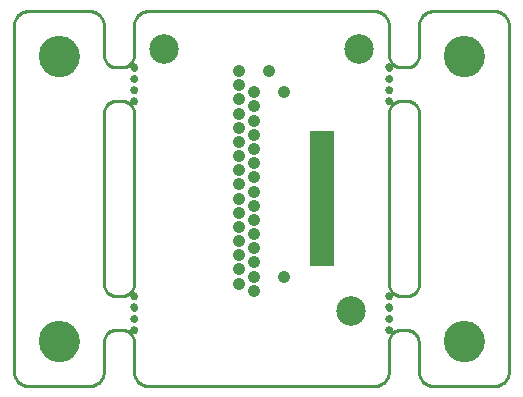
<source format=gbr>
G04 EAGLE Gerber RS-274X export*
G75*
%MOIN*%
%FSLAX34Y34*%
%LPD*%
%INSoldermask Top*%
%IPPOS*%
%AMOC8*
5,1,8,0,0,1.08239X$1,22.5*%
G01*
%ADD10C,0.025000*%
%ADD11C,0.135000*%
%ADD12C,0.098425*%
%ADD13R,0.040000X0.025000*%
%ADD14C,0.042000*%
%ADD15C,0.010000*%


D10*
X4500Y-8625D03*
X4500Y-7500D03*
X4500Y-7875D03*
X4500Y-8250D03*
D11*
X7000Y-9000D03*
D10*
X4500Y-1000D03*
X4500Y125D03*
X4500Y-250D03*
X4500Y-625D03*
X-4000Y-1000D03*
X-4000Y125D03*
X-4000Y-250D03*
X-4000Y-625D03*
X-4000Y-8625D03*
X-4000Y-7500D03*
X-4000Y-7875D03*
X-4000Y-8250D03*
D11*
X7000Y500D03*
X-6500Y500D03*
X-6500Y-9000D03*
D12*
X3500Y750D03*
X3250Y-8000D03*
D13*
X2470Y-5375D03*
X2470Y-5125D03*
X2470Y-5625D03*
X2470Y-4875D03*
X2470Y-5875D03*
X2470Y-4625D03*
X2470Y-6125D03*
X2470Y-6375D03*
X2470Y-4375D03*
X2470Y-4125D03*
X2070Y-6375D03*
X2070Y-6125D03*
X2070Y-5875D03*
X2070Y-5625D03*
X2070Y-5375D03*
X2070Y-5125D03*
X2070Y-4875D03*
X2070Y-4625D03*
X2470Y-3875D03*
X2470Y-3625D03*
X2470Y-3375D03*
X2470Y-3125D03*
X2470Y-2875D03*
X2470Y-2625D03*
X2470Y-2375D03*
X2470Y-2125D03*
X2070Y-4375D03*
X2070Y-4125D03*
X2070Y-3875D03*
X2070Y-3625D03*
X2070Y-3375D03*
X2070Y-3125D03*
X2070Y-2875D03*
X2070Y-2625D03*
X2070Y-2375D03*
X2070Y-2125D03*
D14*
X-500Y-1890D03*
X-500Y-2362D03*
X-500Y-3780D03*
X-500Y-4252D03*
X-500Y-6614D03*
X-500Y-7087D03*
X0Y-3071D03*
X0Y-2598D03*
X0Y-7323D03*
X0Y-6850D03*
X0Y-6378D03*
X-500Y-5669D03*
X-500Y-6142D03*
X1000Y-6850D03*
X500Y0D03*
X0Y-2126D03*
X0Y-1654D03*
X0Y-1181D03*
X0Y-709D03*
X0Y-5906D03*
X0Y-5433D03*
X0Y-4961D03*
X0Y-4488D03*
X0Y-4016D03*
X0Y-3543D03*
X1000Y-709D03*
X-500Y0D03*
X-500Y-472D03*
X-500Y-945D03*
X-500Y-1417D03*
X-500Y-2835D03*
X-500Y-3307D03*
X-500Y-4724D03*
X-500Y-5197D03*
D12*
X-3000Y750D03*
D15*
X-8000Y-10000D02*
X-7998Y-10044D01*
X-7992Y-10087D01*
X-7983Y-10129D01*
X-7970Y-10171D01*
X-7953Y-10211D01*
X-7933Y-10250D01*
X-7910Y-10287D01*
X-7883Y-10321D01*
X-7854Y-10354D01*
X-7821Y-10383D01*
X-7787Y-10410D01*
X-7750Y-10433D01*
X-7711Y-10453D01*
X-7671Y-10470D01*
X-7629Y-10483D01*
X-7587Y-10492D01*
X-7544Y-10498D01*
X-7500Y-10500D01*
X-5500Y-10500D01*
X-5456Y-10498D01*
X-5413Y-10492D01*
X-5371Y-10483D01*
X-5329Y-10470D01*
X-5289Y-10453D01*
X-5250Y-10433D01*
X-5213Y-10410D01*
X-5179Y-10383D01*
X-5146Y-10354D01*
X-5117Y-10321D01*
X-5090Y-10287D01*
X-5067Y-10250D01*
X-5047Y-10211D01*
X-5030Y-10171D01*
X-5017Y-10129D01*
X-5008Y-10087D01*
X-5002Y-10044D01*
X-5000Y-10000D01*
X-5000Y-9025D01*
X-4998Y-8990D01*
X-4994Y-8956D01*
X-4986Y-8921D01*
X-4976Y-8888D01*
X-4963Y-8856D01*
X-4946Y-8825D01*
X-4928Y-8796D01*
X-4906Y-8768D01*
X-4883Y-8742D01*
X-4857Y-8719D01*
X-4829Y-8697D01*
X-4800Y-8679D01*
X-4769Y-8662D01*
X-4737Y-8649D01*
X-4704Y-8639D01*
X-4669Y-8631D01*
X-4635Y-8627D01*
X-4600Y-8625D01*
X-4400Y-8625D01*
X-4365Y-8627D01*
X-4331Y-8631D01*
X-4296Y-8639D01*
X-4263Y-8649D01*
X-4231Y-8662D01*
X-4200Y-8679D01*
X-4171Y-8697D01*
X-4143Y-8719D01*
X-4117Y-8742D01*
X-4094Y-8768D01*
X-4072Y-8796D01*
X-4054Y-8825D01*
X-4037Y-8856D01*
X-4024Y-8888D01*
X-4014Y-8921D01*
X-4006Y-8956D01*
X-4002Y-8990D01*
X-4000Y-9025D01*
X-4000Y-10000D01*
X-3998Y-10044D01*
X-3992Y-10087D01*
X-3983Y-10129D01*
X-3970Y-10171D01*
X-3953Y-10211D01*
X-3933Y-10250D01*
X-3910Y-10287D01*
X-3883Y-10321D01*
X-3854Y-10354D01*
X-3821Y-10383D01*
X-3787Y-10410D01*
X-3750Y-10433D01*
X-3711Y-10453D01*
X-3671Y-10470D01*
X-3629Y-10483D01*
X-3587Y-10492D01*
X-3544Y-10498D01*
X-3500Y-10500D01*
X4000Y-10500D01*
X4044Y-10498D01*
X4087Y-10492D01*
X4129Y-10483D01*
X4171Y-10470D01*
X4211Y-10453D01*
X4250Y-10433D01*
X4287Y-10410D01*
X4321Y-10383D01*
X4354Y-10354D01*
X4383Y-10321D01*
X4410Y-10287D01*
X4433Y-10250D01*
X4453Y-10211D01*
X4470Y-10171D01*
X4483Y-10129D01*
X4492Y-10087D01*
X4498Y-10044D01*
X4500Y-10000D01*
X4500Y-9025D01*
X4502Y-8990D01*
X4506Y-8956D01*
X4514Y-8921D01*
X4524Y-8888D01*
X4537Y-8856D01*
X4554Y-8825D01*
X4572Y-8796D01*
X4594Y-8768D01*
X4617Y-8742D01*
X4643Y-8719D01*
X4671Y-8697D01*
X4700Y-8679D01*
X4731Y-8662D01*
X4763Y-8649D01*
X4796Y-8639D01*
X4831Y-8631D01*
X4865Y-8627D01*
X4900Y-8625D01*
X5100Y-8625D01*
X5140Y-8632D01*
X5179Y-8643D01*
X5218Y-8657D01*
X5254Y-8674D01*
X5290Y-8695D01*
X5323Y-8718D01*
X5354Y-8744D01*
X5383Y-8773D01*
X5409Y-8805D01*
X5432Y-8838D01*
X5452Y-8873D01*
X5469Y-8910D01*
X5483Y-8949D01*
X5493Y-8988D01*
X5500Y-9028D01*
X5504Y-9069D01*
X5504Y-9109D01*
X5500Y-9150D01*
X5500Y-10000D01*
X5502Y-10044D01*
X5508Y-10087D01*
X5517Y-10129D01*
X5530Y-10171D01*
X5547Y-10211D01*
X5567Y-10250D01*
X5590Y-10287D01*
X5617Y-10321D01*
X5646Y-10354D01*
X5679Y-10383D01*
X5713Y-10410D01*
X5750Y-10433D01*
X5789Y-10453D01*
X5829Y-10470D01*
X5871Y-10483D01*
X5913Y-10492D01*
X5956Y-10498D01*
X6000Y-10500D01*
X8000Y-10500D01*
X8044Y-10498D01*
X8087Y-10492D01*
X8129Y-10483D01*
X8171Y-10470D01*
X8211Y-10453D01*
X8250Y-10433D01*
X8287Y-10410D01*
X8321Y-10383D01*
X8354Y-10354D01*
X8383Y-10321D01*
X8410Y-10287D01*
X8433Y-10250D01*
X8453Y-10211D01*
X8470Y-10171D01*
X8483Y-10129D01*
X8492Y-10087D01*
X8498Y-10044D01*
X8500Y-10000D01*
X8500Y1500D01*
X8498Y1544D01*
X8492Y1587D01*
X8483Y1629D01*
X8470Y1671D01*
X8453Y1711D01*
X8433Y1750D01*
X8410Y1787D01*
X8383Y1821D01*
X8354Y1854D01*
X8321Y1883D01*
X8287Y1910D01*
X8250Y1933D01*
X8211Y1953D01*
X8171Y1970D01*
X8129Y1983D01*
X8087Y1992D01*
X8044Y1998D01*
X8000Y2000D01*
X6000Y2000D01*
X5956Y1998D01*
X5913Y1992D01*
X5871Y1983D01*
X5829Y1970D01*
X5789Y1953D01*
X5750Y1933D01*
X5713Y1910D01*
X5679Y1883D01*
X5646Y1854D01*
X5617Y1821D01*
X5590Y1787D01*
X5567Y1750D01*
X5547Y1711D01*
X5530Y1671D01*
X5517Y1629D01*
X5508Y1587D01*
X5502Y1544D01*
X5500Y1500D01*
X5500Y525D01*
X5498Y490D01*
X5494Y456D01*
X5486Y421D01*
X5476Y388D01*
X5463Y356D01*
X5446Y325D01*
X5428Y296D01*
X5406Y268D01*
X5383Y242D01*
X5357Y219D01*
X5329Y197D01*
X5300Y179D01*
X5269Y162D01*
X5237Y149D01*
X5204Y139D01*
X5169Y131D01*
X5135Y127D01*
X5100Y125D01*
X4900Y125D01*
X4865Y127D01*
X4831Y131D01*
X4796Y139D01*
X4763Y149D01*
X4731Y162D01*
X4700Y179D01*
X4671Y197D01*
X4643Y219D01*
X4617Y242D01*
X4594Y268D01*
X4572Y296D01*
X4554Y325D01*
X4537Y356D01*
X4524Y388D01*
X4514Y421D01*
X4506Y456D01*
X4502Y490D01*
X4500Y525D01*
X4500Y1500D01*
X4498Y1544D01*
X4492Y1587D01*
X4483Y1629D01*
X4470Y1671D01*
X4453Y1711D01*
X4433Y1750D01*
X4410Y1787D01*
X4383Y1821D01*
X4354Y1854D01*
X4321Y1883D01*
X4287Y1910D01*
X4250Y1933D01*
X4211Y1953D01*
X4171Y1970D01*
X4129Y1983D01*
X4087Y1992D01*
X4044Y1998D01*
X4000Y2000D01*
X-3500Y2000D01*
X-3544Y1998D01*
X-3587Y1992D01*
X-3629Y1983D01*
X-3671Y1970D01*
X-3711Y1953D01*
X-3750Y1933D01*
X-3787Y1910D01*
X-3821Y1883D01*
X-3854Y1854D01*
X-3883Y1821D01*
X-3910Y1787D01*
X-3933Y1750D01*
X-3953Y1711D01*
X-3970Y1671D01*
X-3983Y1629D01*
X-3992Y1587D01*
X-3998Y1544D01*
X-4000Y1500D01*
X-4000Y525D01*
X-4002Y490D01*
X-4006Y456D01*
X-4014Y421D01*
X-4024Y388D01*
X-4037Y356D01*
X-4054Y325D01*
X-4072Y296D01*
X-4094Y268D01*
X-4117Y242D01*
X-4143Y219D01*
X-4171Y197D01*
X-4200Y179D01*
X-4231Y162D01*
X-4263Y149D01*
X-4296Y139D01*
X-4331Y131D01*
X-4365Y127D01*
X-4400Y125D01*
X-4600Y125D01*
X-4635Y127D01*
X-4669Y131D01*
X-4704Y139D01*
X-4737Y149D01*
X-4769Y162D01*
X-4800Y179D01*
X-4829Y197D01*
X-4857Y219D01*
X-4883Y242D01*
X-4906Y268D01*
X-4928Y296D01*
X-4946Y325D01*
X-4963Y356D01*
X-4976Y388D01*
X-4986Y421D01*
X-4994Y456D01*
X-4998Y490D01*
X-5000Y525D01*
X-5000Y1500D01*
X-5002Y1544D01*
X-5008Y1587D01*
X-5017Y1629D01*
X-5030Y1671D01*
X-5047Y1711D01*
X-5067Y1750D01*
X-5090Y1787D01*
X-5117Y1821D01*
X-5146Y1854D01*
X-5179Y1883D01*
X-5213Y1910D01*
X-5250Y1933D01*
X-5289Y1953D01*
X-5329Y1970D01*
X-5371Y1983D01*
X-5413Y1992D01*
X-5456Y1998D01*
X-5500Y2000D01*
X-7500Y2000D01*
X-7544Y1998D01*
X-7587Y1992D01*
X-7629Y1983D01*
X-7671Y1970D01*
X-7711Y1953D01*
X-7750Y1933D01*
X-7787Y1910D01*
X-7821Y1883D01*
X-7854Y1854D01*
X-7883Y1821D01*
X-7910Y1787D01*
X-7933Y1750D01*
X-7953Y1711D01*
X-7970Y1671D01*
X-7983Y1629D01*
X-7992Y1587D01*
X-7998Y1544D01*
X-8000Y1500D01*
X-8000Y-10000D01*
X4500Y-7100D02*
X4502Y-7135D01*
X4506Y-7169D01*
X4514Y-7204D01*
X4524Y-7237D01*
X4537Y-7269D01*
X4554Y-7300D01*
X4572Y-7329D01*
X4594Y-7357D01*
X4617Y-7383D01*
X4643Y-7406D01*
X4671Y-7428D01*
X4700Y-7446D01*
X4731Y-7463D01*
X4763Y-7476D01*
X4796Y-7486D01*
X4831Y-7494D01*
X4865Y-7498D01*
X4900Y-7500D01*
X5100Y-7500D01*
X5135Y-7498D01*
X5169Y-7494D01*
X5204Y-7486D01*
X5237Y-7476D01*
X5269Y-7463D01*
X5300Y-7446D01*
X5329Y-7428D01*
X5357Y-7406D01*
X5383Y-7383D01*
X5406Y-7357D01*
X5428Y-7329D01*
X5446Y-7300D01*
X5463Y-7269D01*
X5476Y-7237D01*
X5486Y-7204D01*
X5494Y-7169D01*
X5498Y-7135D01*
X5500Y-7100D01*
X5500Y-1400D01*
X5498Y-1365D01*
X5494Y-1331D01*
X5486Y-1296D01*
X5476Y-1263D01*
X5463Y-1231D01*
X5446Y-1200D01*
X5428Y-1171D01*
X5406Y-1143D01*
X5383Y-1117D01*
X5357Y-1094D01*
X5329Y-1072D01*
X5300Y-1054D01*
X5269Y-1037D01*
X5237Y-1024D01*
X5204Y-1014D01*
X5169Y-1006D01*
X5135Y-1002D01*
X5100Y-1000D01*
X4900Y-1000D01*
X4865Y-1002D01*
X4831Y-1006D01*
X4796Y-1014D01*
X4763Y-1024D01*
X4731Y-1037D01*
X4700Y-1054D01*
X4671Y-1072D01*
X4643Y-1094D01*
X4617Y-1117D01*
X4594Y-1143D01*
X4572Y-1171D01*
X4554Y-1200D01*
X4537Y-1231D01*
X4524Y-1263D01*
X4514Y-1296D01*
X4506Y-1331D01*
X4502Y-1365D01*
X4500Y-1400D01*
X4500Y-7100D01*
X-5000Y-7100D02*
X-4998Y-7135D01*
X-4994Y-7169D01*
X-4986Y-7204D01*
X-4976Y-7237D01*
X-4963Y-7269D01*
X-4946Y-7300D01*
X-4928Y-7329D01*
X-4906Y-7357D01*
X-4883Y-7383D01*
X-4857Y-7406D01*
X-4829Y-7428D01*
X-4800Y-7446D01*
X-4769Y-7463D01*
X-4737Y-7476D01*
X-4704Y-7486D01*
X-4669Y-7494D01*
X-4635Y-7498D01*
X-4600Y-7500D01*
X-4400Y-7500D01*
X-4365Y-7498D01*
X-4331Y-7494D01*
X-4296Y-7486D01*
X-4263Y-7476D01*
X-4231Y-7463D01*
X-4200Y-7446D01*
X-4171Y-7428D01*
X-4143Y-7406D01*
X-4117Y-7383D01*
X-4094Y-7357D01*
X-4072Y-7329D01*
X-4054Y-7300D01*
X-4037Y-7269D01*
X-4024Y-7237D01*
X-4014Y-7204D01*
X-4006Y-7169D01*
X-4002Y-7135D01*
X-4000Y-7100D01*
X-4000Y-1400D01*
X-4002Y-1365D01*
X-4006Y-1331D01*
X-4014Y-1296D01*
X-4024Y-1263D01*
X-4037Y-1231D01*
X-4054Y-1200D01*
X-4072Y-1171D01*
X-4094Y-1143D01*
X-4117Y-1117D01*
X-4143Y-1094D01*
X-4171Y-1072D01*
X-4200Y-1054D01*
X-4231Y-1037D01*
X-4263Y-1024D01*
X-4296Y-1014D01*
X-4331Y-1006D01*
X-4365Y-1002D01*
X-4400Y-1000D01*
X-4600Y-1000D01*
X-4635Y-1002D01*
X-4669Y-1006D01*
X-4704Y-1014D01*
X-4737Y-1024D01*
X-4769Y-1037D01*
X-4800Y-1054D01*
X-4829Y-1072D01*
X-4857Y-1094D01*
X-4883Y-1117D01*
X-4906Y-1143D01*
X-4928Y-1171D01*
X-4946Y-1200D01*
X-4963Y-1231D01*
X-4976Y-1263D01*
X-4986Y-1296D01*
X-4994Y-1331D01*
X-4998Y-1365D01*
X-5000Y-1400D01*
X-5000Y-7100D01*
X4575Y-8632D02*
X4572Y-8647D01*
X4566Y-8661D01*
X4558Y-8673D01*
X4548Y-8683D01*
X4536Y-8691D01*
X4522Y-8697D01*
X4507Y-8700D01*
X4493Y-8700D01*
X4478Y-8697D01*
X4464Y-8691D01*
X4452Y-8683D01*
X4442Y-8673D01*
X4434Y-8661D01*
X4428Y-8647D01*
X4425Y-8632D01*
X4425Y-8618D01*
X4428Y-8603D01*
X4434Y-8589D01*
X4442Y-8577D01*
X4452Y-8567D01*
X4464Y-8559D01*
X4478Y-8553D01*
X4493Y-8550D01*
X4507Y-8550D01*
X4522Y-8553D01*
X4536Y-8559D01*
X4548Y-8567D01*
X4558Y-8577D01*
X4566Y-8589D01*
X4572Y-8603D01*
X4575Y-8618D01*
X4575Y-8632D01*
X4575Y-7507D02*
X4572Y-7522D01*
X4566Y-7536D01*
X4558Y-7548D01*
X4548Y-7558D01*
X4536Y-7566D01*
X4522Y-7572D01*
X4507Y-7575D01*
X4493Y-7575D01*
X4478Y-7572D01*
X4464Y-7566D01*
X4452Y-7558D01*
X4442Y-7548D01*
X4434Y-7536D01*
X4428Y-7522D01*
X4425Y-7507D01*
X4425Y-7493D01*
X4428Y-7478D01*
X4434Y-7464D01*
X4442Y-7452D01*
X4452Y-7442D01*
X4464Y-7434D01*
X4478Y-7428D01*
X4493Y-7425D01*
X4507Y-7425D01*
X4522Y-7428D01*
X4536Y-7434D01*
X4548Y-7442D01*
X4558Y-7452D01*
X4566Y-7464D01*
X4572Y-7478D01*
X4575Y-7493D01*
X4575Y-7507D01*
X4575Y-7882D02*
X4572Y-7897D01*
X4566Y-7911D01*
X4558Y-7923D01*
X4548Y-7933D01*
X4536Y-7941D01*
X4522Y-7947D01*
X4507Y-7950D01*
X4493Y-7950D01*
X4478Y-7947D01*
X4464Y-7941D01*
X4452Y-7933D01*
X4442Y-7923D01*
X4434Y-7911D01*
X4428Y-7897D01*
X4425Y-7882D01*
X4425Y-7868D01*
X4428Y-7853D01*
X4434Y-7839D01*
X4442Y-7827D01*
X4452Y-7817D01*
X4464Y-7809D01*
X4478Y-7803D01*
X4493Y-7800D01*
X4507Y-7800D01*
X4522Y-7803D01*
X4536Y-7809D01*
X4548Y-7817D01*
X4558Y-7827D01*
X4566Y-7839D01*
X4572Y-7853D01*
X4575Y-7868D01*
X4575Y-7882D01*
X4575Y-8257D02*
X4572Y-8272D01*
X4566Y-8286D01*
X4558Y-8298D01*
X4548Y-8308D01*
X4536Y-8316D01*
X4522Y-8322D01*
X4507Y-8325D01*
X4493Y-8325D01*
X4478Y-8322D01*
X4464Y-8316D01*
X4452Y-8308D01*
X4442Y-8298D01*
X4434Y-8286D01*
X4428Y-8272D01*
X4425Y-8257D01*
X4425Y-8243D01*
X4428Y-8228D01*
X4434Y-8214D01*
X4442Y-8202D01*
X4452Y-8192D01*
X4464Y-8184D01*
X4478Y-8178D01*
X4493Y-8175D01*
X4507Y-8175D01*
X4522Y-8178D01*
X4536Y-8184D01*
X4548Y-8192D01*
X4558Y-8202D01*
X4566Y-8214D01*
X4572Y-8228D01*
X4575Y-8243D01*
X4575Y-8257D01*
X7625Y-9020D02*
X7622Y-9061D01*
X7617Y-9102D01*
X7609Y-9142D01*
X7598Y-9182D01*
X7585Y-9220D01*
X7570Y-9258D01*
X7551Y-9295D01*
X7531Y-9330D01*
X7508Y-9364D01*
X7483Y-9397D01*
X7456Y-9427D01*
X7427Y-9456D01*
X7397Y-9483D01*
X7364Y-9508D01*
X7330Y-9531D01*
X7295Y-9551D01*
X7258Y-9570D01*
X7220Y-9585D01*
X7182Y-9598D01*
X7142Y-9609D01*
X7102Y-9617D01*
X7061Y-9622D01*
X7020Y-9625D01*
X6980Y-9625D01*
X6939Y-9622D01*
X6898Y-9617D01*
X6858Y-9609D01*
X6818Y-9598D01*
X6780Y-9585D01*
X6742Y-9570D01*
X6705Y-9551D01*
X6670Y-9531D01*
X6636Y-9508D01*
X6603Y-9483D01*
X6573Y-9456D01*
X6544Y-9427D01*
X6517Y-9397D01*
X6492Y-9364D01*
X6469Y-9330D01*
X6449Y-9295D01*
X6430Y-9258D01*
X6415Y-9220D01*
X6402Y-9182D01*
X6391Y-9142D01*
X6383Y-9102D01*
X6378Y-9061D01*
X6375Y-9020D01*
X6375Y-8980D01*
X6378Y-8939D01*
X6383Y-8898D01*
X6391Y-8858D01*
X6402Y-8818D01*
X6415Y-8780D01*
X6430Y-8742D01*
X6449Y-8705D01*
X6469Y-8670D01*
X6492Y-8636D01*
X6517Y-8603D01*
X6544Y-8573D01*
X6573Y-8544D01*
X6603Y-8517D01*
X6636Y-8492D01*
X6670Y-8469D01*
X6705Y-8449D01*
X6742Y-8430D01*
X6780Y-8415D01*
X6818Y-8402D01*
X6858Y-8391D01*
X6898Y-8383D01*
X6939Y-8378D01*
X6980Y-8375D01*
X7020Y-8375D01*
X7061Y-8378D01*
X7102Y-8383D01*
X7142Y-8391D01*
X7182Y-8402D01*
X7220Y-8415D01*
X7258Y-8430D01*
X7295Y-8449D01*
X7330Y-8469D01*
X7364Y-8492D01*
X7397Y-8517D01*
X7427Y-8544D01*
X7456Y-8573D01*
X7483Y-8603D01*
X7508Y-8636D01*
X7531Y-8670D01*
X7551Y-8705D01*
X7570Y-8742D01*
X7585Y-8780D01*
X7598Y-8818D01*
X7609Y-8858D01*
X7617Y-8898D01*
X7622Y-8939D01*
X7625Y-8980D01*
X7625Y-9020D01*
X4575Y-1007D02*
X4572Y-1022D01*
X4566Y-1036D01*
X4558Y-1048D01*
X4548Y-1058D01*
X4536Y-1066D01*
X4522Y-1072D01*
X4507Y-1075D01*
X4493Y-1075D01*
X4478Y-1072D01*
X4464Y-1066D01*
X4452Y-1058D01*
X4442Y-1048D01*
X4434Y-1036D01*
X4428Y-1022D01*
X4425Y-1007D01*
X4425Y-993D01*
X4428Y-978D01*
X4434Y-964D01*
X4442Y-952D01*
X4452Y-942D01*
X4464Y-934D01*
X4478Y-928D01*
X4493Y-925D01*
X4507Y-925D01*
X4522Y-928D01*
X4536Y-934D01*
X4548Y-942D01*
X4558Y-952D01*
X4566Y-964D01*
X4572Y-978D01*
X4575Y-993D01*
X4575Y-1007D01*
X4575Y118D02*
X4572Y103D01*
X4566Y89D01*
X4558Y77D01*
X4548Y67D01*
X4536Y59D01*
X4522Y53D01*
X4507Y50D01*
X4493Y50D01*
X4478Y53D01*
X4464Y59D01*
X4452Y67D01*
X4442Y77D01*
X4434Y89D01*
X4428Y103D01*
X4425Y118D01*
X4425Y132D01*
X4428Y147D01*
X4434Y161D01*
X4442Y173D01*
X4452Y183D01*
X4464Y191D01*
X4478Y197D01*
X4493Y200D01*
X4507Y200D01*
X4522Y197D01*
X4536Y191D01*
X4548Y183D01*
X4558Y173D01*
X4566Y161D01*
X4572Y147D01*
X4575Y132D01*
X4575Y118D01*
X4575Y-257D02*
X4572Y-272D01*
X4566Y-286D01*
X4558Y-298D01*
X4548Y-308D01*
X4536Y-316D01*
X4522Y-322D01*
X4507Y-325D01*
X4493Y-325D01*
X4478Y-322D01*
X4464Y-316D01*
X4452Y-308D01*
X4442Y-298D01*
X4434Y-286D01*
X4428Y-272D01*
X4425Y-257D01*
X4425Y-243D01*
X4428Y-228D01*
X4434Y-214D01*
X4442Y-202D01*
X4452Y-192D01*
X4464Y-184D01*
X4478Y-178D01*
X4493Y-175D01*
X4507Y-175D01*
X4522Y-178D01*
X4536Y-184D01*
X4548Y-192D01*
X4558Y-202D01*
X4566Y-214D01*
X4572Y-228D01*
X4575Y-243D01*
X4575Y-257D01*
X4575Y-632D02*
X4572Y-647D01*
X4566Y-661D01*
X4558Y-673D01*
X4548Y-683D01*
X4536Y-691D01*
X4522Y-697D01*
X4507Y-700D01*
X4493Y-700D01*
X4478Y-697D01*
X4464Y-691D01*
X4452Y-683D01*
X4442Y-673D01*
X4434Y-661D01*
X4428Y-647D01*
X4425Y-632D01*
X4425Y-618D01*
X4428Y-603D01*
X4434Y-589D01*
X4442Y-577D01*
X4452Y-567D01*
X4464Y-559D01*
X4478Y-553D01*
X4493Y-550D01*
X4507Y-550D01*
X4522Y-553D01*
X4536Y-559D01*
X4548Y-567D01*
X4558Y-577D01*
X4566Y-589D01*
X4572Y-603D01*
X4575Y-618D01*
X4575Y-632D01*
X-3925Y-1007D02*
X-3928Y-1022D01*
X-3934Y-1036D01*
X-3942Y-1048D01*
X-3952Y-1058D01*
X-3964Y-1066D01*
X-3978Y-1072D01*
X-3993Y-1075D01*
X-4007Y-1075D01*
X-4022Y-1072D01*
X-4036Y-1066D01*
X-4048Y-1058D01*
X-4058Y-1048D01*
X-4066Y-1036D01*
X-4072Y-1022D01*
X-4075Y-1007D01*
X-4075Y-993D01*
X-4072Y-978D01*
X-4066Y-964D01*
X-4058Y-952D01*
X-4048Y-942D01*
X-4036Y-934D01*
X-4022Y-928D01*
X-4007Y-925D01*
X-3993Y-925D01*
X-3978Y-928D01*
X-3964Y-934D01*
X-3952Y-942D01*
X-3942Y-952D01*
X-3934Y-964D01*
X-3928Y-978D01*
X-3925Y-993D01*
X-3925Y-1007D01*
X-3925Y118D02*
X-3928Y103D01*
X-3934Y89D01*
X-3942Y77D01*
X-3952Y67D01*
X-3964Y59D01*
X-3978Y53D01*
X-3993Y50D01*
X-4007Y50D01*
X-4022Y53D01*
X-4036Y59D01*
X-4048Y67D01*
X-4058Y77D01*
X-4066Y89D01*
X-4072Y103D01*
X-4075Y118D01*
X-4075Y132D01*
X-4072Y147D01*
X-4066Y161D01*
X-4058Y173D01*
X-4048Y183D01*
X-4036Y191D01*
X-4022Y197D01*
X-4007Y200D01*
X-3993Y200D01*
X-3978Y197D01*
X-3964Y191D01*
X-3952Y183D01*
X-3942Y173D01*
X-3934Y161D01*
X-3928Y147D01*
X-3925Y132D01*
X-3925Y118D01*
X-3925Y-257D02*
X-3928Y-272D01*
X-3934Y-286D01*
X-3942Y-298D01*
X-3952Y-308D01*
X-3964Y-316D01*
X-3978Y-322D01*
X-3993Y-325D01*
X-4007Y-325D01*
X-4022Y-322D01*
X-4036Y-316D01*
X-4048Y-308D01*
X-4058Y-298D01*
X-4066Y-286D01*
X-4072Y-272D01*
X-4075Y-257D01*
X-4075Y-243D01*
X-4072Y-228D01*
X-4066Y-214D01*
X-4058Y-202D01*
X-4048Y-192D01*
X-4036Y-184D01*
X-4022Y-178D01*
X-4007Y-175D01*
X-3993Y-175D01*
X-3978Y-178D01*
X-3964Y-184D01*
X-3952Y-192D01*
X-3942Y-202D01*
X-3934Y-214D01*
X-3928Y-228D01*
X-3925Y-243D01*
X-3925Y-257D01*
X-3925Y-632D02*
X-3928Y-647D01*
X-3934Y-661D01*
X-3942Y-673D01*
X-3952Y-683D01*
X-3964Y-691D01*
X-3978Y-697D01*
X-3993Y-700D01*
X-4007Y-700D01*
X-4022Y-697D01*
X-4036Y-691D01*
X-4048Y-683D01*
X-4058Y-673D01*
X-4066Y-661D01*
X-4072Y-647D01*
X-4075Y-632D01*
X-4075Y-618D01*
X-4072Y-603D01*
X-4066Y-589D01*
X-4058Y-577D01*
X-4048Y-567D01*
X-4036Y-559D01*
X-4022Y-553D01*
X-4007Y-550D01*
X-3993Y-550D01*
X-3978Y-553D01*
X-3964Y-559D01*
X-3952Y-567D01*
X-3942Y-577D01*
X-3934Y-589D01*
X-3928Y-603D01*
X-3925Y-618D01*
X-3925Y-632D01*
X-3925Y-8632D02*
X-3928Y-8647D01*
X-3934Y-8661D01*
X-3942Y-8673D01*
X-3952Y-8683D01*
X-3964Y-8691D01*
X-3978Y-8697D01*
X-3993Y-8700D01*
X-4007Y-8700D01*
X-4022Y-8697D01*
X-4036Y-8691D01*
X-4048Y-8683D01*
X-4058Y-8673D01*
X-4066Y-8661D01*
X-4072Y-8647D01*
X-4075Y-8632D01*
X-4075Y-8618D01*
X-4072Y-8603D01*
X-4066Y-8589D01*
X-4058Y-8577D01*
X-4048Y-8567D01*
X-4036Y-8559D01*
X-4022Y-8553D01*
X-4007Y-8550D01*
X-3993Y-8550D01*
X-3978Y-8553D01*
X-3964Y-8559D01*
X-3952Y-8567D01*
X-3942Y-8577D01*
X-3934Y-8589D01*
X-3928Y-8603D01*
X-3925Y-8618D01*
X-3925Y-8632D01*
X-3925Y-7507D02*
X-3928Y-7522D01*
X-3934Y-7536D01*
X-3942Y-7548D01*
X-3952Y-7558D01*
X-3964Y-7566D01*
X-3978Y-7572D01*
X-3993Y-7575D01*
X-4007Y-7575D01*
X-4022Y-7572D01*
X-4036Y-7566D01*
X-4048Y-7558D01*
X-4058Y-7548D01*
X-4066Y-7536D01*
X-4072Y-7522D01*
X-4075Y-7507D01*
X-4075Y-7493D01*
X-4072Y-7478D01*
X-4066Y-7464D01*
X-4058Y-7452D01*
X-4048Y-7442D01*
X-4036Y-7434D01*
X-4022Y-7428D01*
X-4007Y-7425D01*
X-3993Y-7425D01*
X-3978Y-7428D01*
X-3964Y-7434D01*
X-3952Y-7442D01*
X-3942Y-7452D01*
X-3934Y-7464D01*
X-3928Y-7478D01*
X-3925Y-7493D01*
X-3925Y-7507D01*
X-3925Y-7882D02*
X-3928Y-7897D01*
X-3934Y-7911D01*
X-3942Y-7923D01*
X-3952Y-7933D01*
X-3964Y-7941D01*
X-3978Y-7947D01*
X-3993Y-7950D01*
X-4007Y-7950D01*
X-4022Y-7947D01*
X-4036Y-7941D01*
X-4048Y-7933D01*
X-4058Y-7923D01*
X-4066Y-7911D01*
X-4072Y-7897D01*
X-4075Y-7882D01*
X-4075Y-7868D01*
X-4072Y-7853D01*
X-4066Y-7839D01*
X-4058Y-7827D01*
X-4048Y-7817D01*
X-4036Y-7809D01*
X-4022Y-7803D01*
X-4007Y-7800D01*
X-3993Y-7800D01*
X-3978Y-7803D01*
X-3964Y-7809D01*
X-3952Y-7817D01*
X-3942Y-7827D01*
X-3934Y-7839D01*
X-3928Y-7853D01*
X-3925Y-7868D01*
X-3925Y-7882D01*
X-3925Y-8257D02*
X-3928Y-8272D01*
X-3934Y-8286D01*
X-3942Y-8298D01*
X-3952Y-8308D01*
X-3964Y-8316D01*
X-3978Y-8322D01*
X-3993Y-8325D01*
X-4007Y-8325D01*
X-4022Y-8322D01*
X-4036Y-8316D01*
X-4048Y-8308D01*
X-4058Y-8298D01*
X-4066Y-8286D01*
X-4072Y-8272D01*
X-4075Y-8257D01*
X-4075Y-8243D01*
X-4072Y-8228D01*
X-4066Y-8214D01*
X-4058Y-8202D01*
X-4048Y-8192D01*
X-4036Y-8184D01*
X-4022Y-8178D01*
X-4007Y-8175D01*
X-3993Y-8175D01*
X-3978Y-8178D01*
X-3964Y-8184D01*
X-3952Y-8192D01*
X-3942Y-8202D01*
X-3934Y-8214D01*
X-3928Y-8228D01*
X-3925Y-8243D01*
X-3925Y-8257D01*
X7625Y480D02*
X7622Y439D01*
X7617Y398D01*
X7609Y358D01*
X7598Y318D01*
X7585Y280D01*
X7570Y242D01*
X7551Y205D01*
X7531Y170D01*
X7508Y136D01*
X7483Y103D01*
X7456Y73D01*
X7427Y44D01*
X7397Y17D01*
X7364Y-8D01*
X7330Y-31D01*
X7295Y-51D01*
X7258Y-70D01*
X7220Y-85D01*
X7182Y-98D01*
X7142Y-109D01*
X7102Y-117D01*
X7061Y-122D01*
X7020Y-125D01*
X6980Y-125D01*
X6939Y-122D01*
X6898Y-117D01*
X6858Y-109D01*
X6818Y-98D01*
X6780Y-85D01*
X6742Y-70D01*
X6705Y-51D01*
X6670Y-31D01*
X6636Y-8D01*
X6603Y17D01*
X6573Y44D01*
X6544Y73D01*
X6517Y103D01*
X6492Y136D01*
X6469Y170D01*
X6449Y205D01*
X6430Y242D01*
X6415Y280D01*
X6402Y318D01*
X6391Y358D01*
X6383Y398D01*
X6378Y439D01*
X6375Y480D01*
X6375Y520D01*
X6378Y561D01*
X6383Y602D01*
X6391Y642D01*
X6402Y682D01*
X6415Y720D01*
X6430Y758D01*
X6449Y795D01*
X6469Y830D01*
X6492Y864D01*
X6517Y897D01*
X6544Y927D01*
X6573Y956D01*
X6603Y983D01*
X6636Y1008D01*
X6670Y1031D01*
X6705Y1051D01*
X6742Y1070D01*
X6780Y1085D01*
X6818Y1098D01*
X6858Y1109D01*
X6898Y1117D01*
X6939Y1122D01*
X6980Y1125D01*
X7020Y1125D01*
X7061Y1122D01*
X7102Y1117D01*
X7142Y1109D01*
X7182Y1098D01*
X7220Y1085D01*
X7258Y1070D01*
X7295Y1051D01*
X7330Y1031D01*
X7364Y1008D01*
X7397Y983D01*
X7427Y956D01*
X7456Y927D01*
X7483Y897D01*
X7508Y864D01*
X7531Y830D01*
X7551Y795D01*
X7570Y758D01*
X7585Y720D01*
X7598Y682D01*
X7609Y642D01*
X7617Y602D01*
X7622Y561D01*
X7625Y520D01*
X7625Y480D01*
X-5875Y480D02*
X-5878Y439D01*
X-5883Y398D01*
X-5891Y358D01*
X-5902Y318D01*
X-5915Y280D01*
X-5930Y242D01*
X-5949Y205D01*
X-5969Y170D01*
X-5992Y136D01*
X-6017Y103D01*
X-6044Y73D01*
X-6073Y44D01*
X-6103Y17D01*
X-6136Y-8D01*
X-6170Y-31D01*
X-6205Y-51D01*
X-6242Y-70D01*
X-6280Y-85D01*
X-6318Y-98D01*
X-6358Y-109D01*
X-6398Y-117D01*
X-6439Y-122D01*
X-6480Y-125D01*
X-6520Y-125D01*
X-6561Y-122D01*
X-6602Y-117D01*
X-6642Y-109D01*
X-6682Y-98D01*
X-6720Y-85D01*
X-6758Y-70D01*
X-6795Y-51D01*
X-6830Y-31D01*
X-6864Y-8D01*
X-6897Y17D01*
X-6927Y44D01*
X-6956Y73D01*
X-6983Y103D01*
X-7008Y136D01*
X-7031Y170D01*
X-7051Y205D01*
X-7070Y242D01*
X-7085Y280D01*
X-7098Y318D01*
X-7109Y358D01*
X-7117Y398D01*
X-7122Y439D01*
X-7125Y480D01*
X-7125Y520D01*
X-7122Y561D01*
X-7117Y602D01*
X-7109Y642D01*
X-7098Y682D01*
X-7085Y720D01*
X-7070Y758D01*
X-7051Y795D01*
X-7031Y830D01*
X-7008Y864D01*
X-6983Y897D01*
X-6956Y927D01*
X-6927Y956D01*
X-6897Y983D01*
X-6864Y1008D01*
X-6830Y1031D01*
X-6795Y1051D01*
X-6758Y1070D01*
X-6720Y1085D01*
X-6682Y1098D01*
X-6642Y1109D01*
X-6602Y1117D01*
X-6561Y1122D01*
X-6520Y1125D01*
X-6480Y1125D01*
X-6439Y1122D01*
X-6398Y1117D01*
X-6358Y1109D01*
X-6318Y1098D01*
X-6280Y1085D01*
X-6242Y1070D01*
X-6205Y1051D01*
X-6170Y1031D01*
X-6136Y1008D01*
X-6103Y983D01*
X-6073Y956D01*
X-6044Y927D01*
X-6017Y897D01*
X-5992Y864D01*
X-5969Y830D01*
X-5949Y795D01*
X-5930Y758D01*
X-5915Y720D01*
X-5902Y682D01*
X-5891Y642D01*
X-5883Y602D01*
X-5878Y561D01*
X-5875Y520D01*
X-5875Y480D01*
X-5875Y-9020D02*
X-5878Y-9061D01*
X-5883Y-9102D01*
X-5891Y-9142D01*
X-5902Y-9182D01*
X-5915Y-9220D01*
X-5930Y-9258D01*
X-5949Y-9295D01*
X-5969Y-9330D01*
X-5992Y-9364D01*
X-6017Y-9397D01*
X-6044Y-9427D01*
X-6073Y-9456D01*
X-6103Y-9483D01*
X-6136Y-9508D01*
X-6170Y-9531D01*
X-6205Y-9551D01*
X-6242Y-9570D01*
X-6280Y-9585D01*
X-6318Y-9598D01*
X-6358Y-9609D01*
X-6398Y-9617D01*
X-6439Y-9622D01*
X-6480Y-9625D01*
X-6520Y-9625D01*
X-6561Y-9622D01*
X-6602Y-9617D01*
X-6642Y-9609D01*
X-6682Y-9598D01*
X-6720Y-9585D01*
X-6758Y-9570D01*
X-6795Y-9551D01*
X-6830Y-9531D01*
X-6864Y-9508D01*
X-6897Y-9483D01*
X-6927Y-9456D01*
X-6956Y-9427D01*
X-6983Y-9397D01*
X-7008Y-9364D01*
X-7031Y-9330D01*
X-7051Y-9295D01*
X-7070Y-9258D01*
X-7085Y-9220D01*
X-7098Y-9182D01*
X-7109Y-9142D01*
X-7117Y-9102D01*
X-7122Y-9061D01*
X-7125Y-9020D01*
X-7125Y-8980D01*
X-7122Y-8939D01*
X-7117Y-8898D01*
X-7109Y-8858D01*
X-7098Y-8818D01*
X-7085Y-8780D01*
X-7070Y-8742D01*
X-7051Y-8705D01*
X-7031Y-8670D01*
X-7008Y-8636D01*
X-6983Y-8603D01*
X-6956Y-8573D01*
X-6927Y-8544D01*
X-6897Y-8517D01*
X-6864Y-8492D01*
X-6830Y-8469D01*
X-6795Y-8449D01*
X-6758Y-8430D01*
X-6720Y-8415D01*
X-6682Y-8402D01*
X-6642Y-8391D01*
X-6602Y-8383D01*
X-6561Y-8378D01*
X-6520Y-8375D01*
X-6480Y-8375D01*
X-6439Y-8378D01*
X-6398Y-8383D01*
X-6358Y-8391D01*
X-6318Y-8402D01*
X-6280Y-8415D01*
X-6242Y-8430D01*
X-6205Y-8449D01*
X-6170Y-8469D01*
X-6136Y-8492D01*
X-6103Y-8517D01*
X-6073Y-8544D01*
X-6044Y-8573D01*
X-6017Y-8603D01*
X-5992Y-8636D01*
X-5969Y-8670D01*
X-5949Y-8705D01*
X-5930Y-8742D01*
X-5915Y-8780D01*
X-5902Y-8818D01*
X-5891Y-8858D01*
X-5883Y-8898D01*
X-5878Y-8939D01*
X-5875Y-8980D01*
X-5875Y-9020D01*
M02*

</source>
